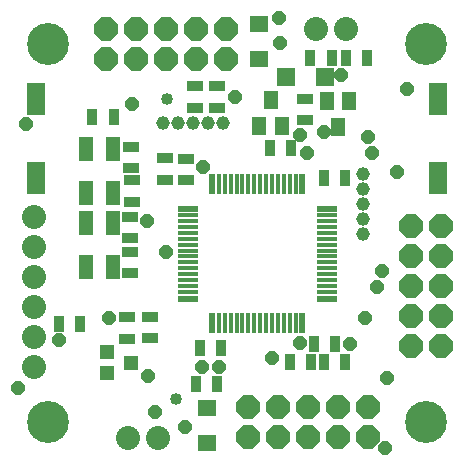
<source format=gts>
G75*
%MOIN*%
%OFA0B0*%
%FSLAX25Y25*%
%IPPOS*%
%LPD*%
%AMOC8*
5,1,8,0,0,1.08239X$1,22.5*
%
%ADD10C,0.13986*%
%ADD11R,0.03750X0.05324*%
%ADD12R,0.05324X0.03750*%
%ADD13R,0.06100X0.06100*%
%ADD14R,0.06112X0.05324*%
%ADD15R,0.04537X0.06112*%
%ADD16C,0.04537*%
%ADD17C,0.08000*%
%ADD18OC8,0.08000*%
%ADD19C,0.04000*%
%ADD20R,0.05100X0.04600*%
%ADD21R,0.06506X0.02175*%
%ADD22R,0.06506X0.01702*%
%ADD23R,0.02175X0.06506*%
%ADD24R,0.01702X0.06506*%
%ADD25R,0.04931X0.08080*%
%ADD26R,0.06112X0.11033*%
%ADD27OC8,0.04362*%
D10*
X0017650Y0017894D03*
X0017650Y0143878D03*
X0143635Y0143878D03*
X0143635Y0017894D03*
D11*
X0116706Y0037894D03*
X0113359Y0043957D03*
X0106272Y0043957D03*
X0105328Y0037815D03*
X0109619Y0037894D03*
X0098241Y0037815D03*
X0075288Y0042421D03*
X0068202Y0042421D03*
X0066942Y0030571D03*
X0074028Y0030571D03*
X0028359Y0050571D03*
X0021272Y0050571D03*
X0032335Y0119469D03*
X0039422Y0119469D03*
X0091391Y0109311D03*
X0098477Y0109311D03*
X0109580Y0099154D03*
X0116666Y0099154D03*
X0116824Y0139075D03*
X0112099Y0139311D03*
X0105013Y0139311D03*
X0123910Y0139075D03*
D12*
X0103162Y0125492D03*
X0103162Y0118406D03*
X0073831Y0122618D03*
X0073831Y0129705D03*
X0066587Y0129705D03*
X0066587Y0122618D03*
X0063713Y0105610D03*
X0063713Y0098524D03*
X0056627Y0098642D03*
X0056627Y0105728D03*
X0045367Y0102539D03*
X0045485Y0098406D03*
X0045485Y0091319D03*
X0044973Y0086122D03*
X0044973Y0079035D03*
X0045052Y0074508D03*
X0045052Y0067421D03*
X0044028Y0052736D03*
X0044028Y0045650D03*
X0051391Y0045768D03*
X0051391Y0052854D03*
X0045367Y0109626D03*
D13*
X0096741Y0132972D03*
X0109741Y0132972D03*
D14*
X0087808Y0138799D03*
X0087808Y0150610D03*
X0070682Y0022618D03*
X0070682Y0010807D03*
D15*
X0088044Y0116516D03*
X0095524Y0116516D03*
X0091784Y0125177D03*
X0110524Y0124941D03*
X0118005Y0124941D03*
X0114265Y0116280D03*
D16*
X0122650Y0100413D03*
X0122650Y0095413D03*
X0122650Y0090413D03*
X0122650Y0085413D03*
X0122650Y0080413D03*
X0075800Y0117382D03*
X0070800Y0117382D03*
X0065800Y0117382D03*
X0060800Y0117382D03*
X0055800Y0117382D03*
D17*
X0012926Y0086004D03*
X0012926Y0076004D03*
X0012926Y0066004D03*
X0012926Y0056004D03*
X0012926Y0046004D03*
X0012926Y0036004D03*
X0044265Y0012657D03*
X0054265Y0012657D03*
X0107020Y0148878D03*
X0117020Y0148878D03*
D18*
X0077020Y0148878D03*
X0067020Y0148878D03*
X0057020Y0148878D03*
X0047020Y0148878D03*
X0037020Y0148878D03*
X0037020Y0138878D03*
X0047020Y0138878D03*
X0057020Y0138878D03*
X0067020Y0138878D03*
X0077020Y0138878D03*
X0138635Y0083169D03*
X0148635Y0083169D03*
X0148635Y0073169D03*
X0148635Y0063169D03*
X0138635Y0063169D03*
X0138635Y0073169D03*
X0138635Y0053169D03*
X0148635Y0053169D03*
X0148635Y0043169D03*
X0138635Y0043169D03*
X0124265Y0022894D03*
X0114265Y0022894D03*
X0114265Y0012894D03*
X0124265Y0012894D03*
X0104265Y0012894D03*
X0094265Y0012894D03*
X0084265Y0012894D03*
X0084265Y0022894D03*
X0094265Y0022894D03*
X0104265Y0022894D03*
D19*
X0060367Y0025571D03*
X0057060Y0125492D03*
D20*
X0037312Y0041118D03*
X0037312Y0034118D03*
X0045312Y0037618D03*
D21*
X0064068Y0058996D03*
X0064068Y0088996D03*
X0110524Y0088996D03*
X0110524Y0058996D03*
D22*
X0110524Y0061201D03*
X0110524Y0063169D03*
X0110524Y0065138D03*
X0110524Y0067106D03*
X0110524Y0069075D03*
X0110524Y0071043D03*
X0110524Y0073012D03*
X0110524Y0074980D03*
X0110524Y0076949D03*
X0110524Y0078917D03*
X0110524Y0080886D03*
X0110524Y0082854D03*
X0110524Y0084823D03*
X0110524Y0086791D03*
X0064068Y0086791D03*
X0064068Y0084823D03*
X0064068Y0082854D03*
X0064068Y0080886D03*
X0064068Y0078917D03*
X0064068Y0076949D03*
X0064068Y0074980D03*
X0064068Y0073012D03*
X0064068Y0071043D03*
X0064068Y0069075D03*
X0064068Y0067106D03*
X0064068Y0065138D03*
X0064068Y0063169D03*
X0064068Y0061201D03*
D23*
X0072296Y0050768D03*
X0102296Y0050768D03*
X0102296Y0097224D03*
X0072296Y0097224D03*
D24*
X0074501Y0097224D03*
X0076469Y0097224D03*
X0078438Y0097224D03*
X0080406Y0097224D03*
X0082375Y0097224D03*
X0084343Y0097224D03*
X0086312Y0097224D03*
X0088280Y0097224D03*
X0090249Y0097224D03*
X0092217Y0097224D03*
X0094186Y0097224D03*
X0096154Y0097224D03*
X0098123Y0097224D03*
X0100091Y0097224D03*
X0100091Y0050768D03*
X0098123Y0050768D03*
X0096154Y0050768D03*
X0094186Y0050768D03*
X0092217Y0050768D03*
X0090249Y0050768D03*
X0088280Y0050768D03*
X0086312Y0050768D03*
X0084343Y0050768D03*
X0082375Y0050768D03*
X0080406Y0050768D03*
X0078438Y0050768D03*
X0076469Y0050768D03*
X0074501Y0050768D03*
D25*
X0039225Y0069547D03*
X0030170Y0069547D03*
X0030170Y0084114D03*
X0039225Y0084114D03*
X0039343Y0094154D03*
X0030288Y0094154D03*
X0030288Y0108720D03*
X0039343Y0108720D03*
D26*
X0013713Y0099291D03*
X0013713Y0125472D03*
X0147572Y0125472D03*
X0147572Y0099291D03*
D27*
X0133989Y0101161D03*
X0125524Y0107461D03*
X0124146Y0112972D03*
X0109580Y0114547D03*
X0103871Y0107461D03*
X0101706Y0113563D03*
X0115288Y0133445D03*
X0095013Y0144075D03*
X0094422Y0152539D03*
X0079855Y0126161D03*
X0069225Y0102736D03*
X0050721Y0084823D03*
X0057020Y0074390D03*
X0037926Y0052343D03*
X0021272Y0045256D03*
X0007611Y0029311D03*
X0050918Y0033248D03*
X0053280Y0021043D03*
X0063123Y0016319D03*
X0068831Y0036004D03*
X0074540Y0036004D03*
X0092060Y0039154D03*
X0101706Y0044075D03*
X0118241Y0043878D03*
X0123162Y0052539D03*
X0127099Y0062972D03*
X0128871Y0068091D03*
X0130643Y0032461D03*
X0129855Y0009232D03*
X0045406Y0123996D03*
X0010170Y0117205D03*
X0137139Y0128917D03*
M02*

</source>
